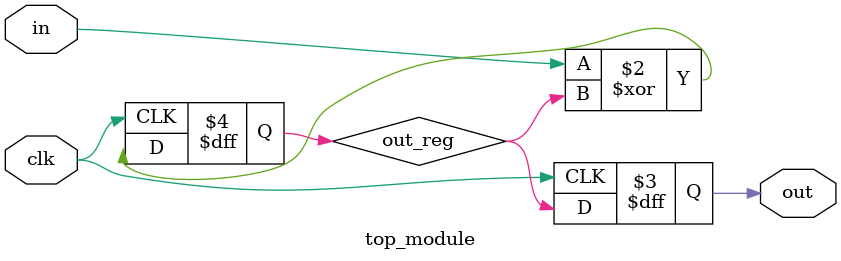
<source format=sv>
module top_module (
    input wire clk,
    input wire in,
    output wire out
);
    reg out_reg;

    always @(posedge clk)
    begin
        out_reg <= in ^ out_reg;
        out <= out_reg;
    end
endmodule

</source>
